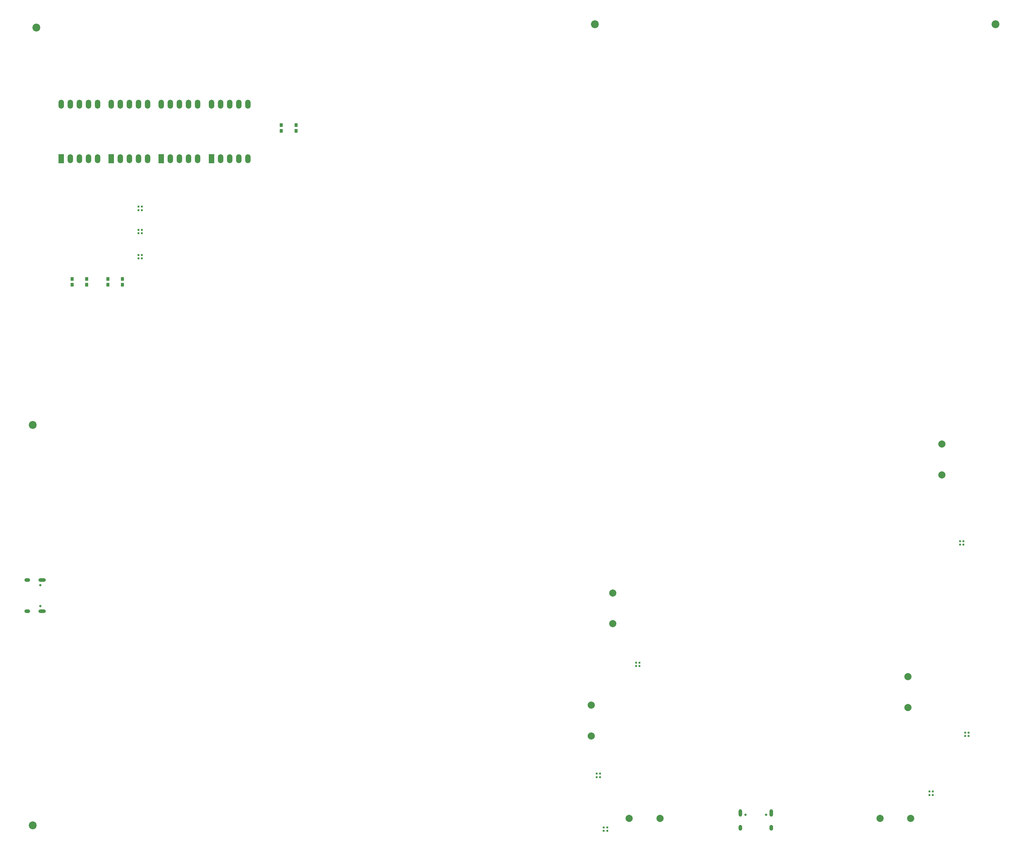
<source format=gts>
%TF.GenerationSoftware,KiCad,Pcbnew,(6.0.4)*%
%TF.CreationDate,2022-05-26T23:51:57-07:00*%
%TF.ProjectId,top_L,746f705f-4c2e-46b6-9963-61645f706362,rev?*%
%TF.SameCoordinates,Original*%
%TF.FileFunction,Soldermask,Top*%
%TF.FilePolarity,Negative*%
%FSLAX46Y46*%
G04 Gerber Fmt 4.6, Leading zero omitted, Abs format (unit mm)*
G04 Created by KiCad (PCBNEW (6.0.4)) date 2022-05-26 23:51:57*
%MOMM*%
%LPD*%
G01*
G04 APERTURE LIST*
%ADD10R,0.550000X0.550000*%
%ADD11R,1.524000X2.524000*%
%ADD12O,1.524000X2.524000*%
%ADD13C,2.000000*%
%ADD14C,2.200000*%
%ADD15R,0.900000X1.000000*%
%ADD16C,0.650000*%
%ADD17O,2.100000X1.000000*%
%ADD18O,1.600000X1.000000*%
%ADD19O,1.000000X2.100000*%
%ADD20O,1.000000X1.600000*%
G04 APERTURE END LIST*
D10*
X274525000Y-237475000D03*
X275475000Y-237475000D03*
X275475000Y-236525000D03*
X274525000Y-236525000D03*
X53525000Y-80475000D03*
X54475000Y-80475000D03*
X54475000Y-79525000D03*
X53525000Y-79525000D03*
X53525000Y-73975000D03*
X54475000Y-73975000D03*
X54475000Y-73025000D03*
X53525000Y-73025000D03*
X181525000Y-232475000D03*
X182475000Y-232475000D03*
X182475000Y-231525000D03*
X181525000Y-231525000D03*
X284525000Y-220975000D03*
X285475000Y-220975000D03*
X285475000Y-220025000D03*
X284525000Y-220025000D03*
D11*
X73920000Y-59620000D03*
D12*
X76460000Y-59620000D03*
X79000000Y-59620000D03*
X81540000Y-59620000D03*
X84080000Y-59620000D03*
X84080000Y-44380000D03*
X81540000Y-44380000D03*
X79000000Y-44380000D03*
X76460000Y-44380000D03*
X73920000Y-44380000D03*
D13*
X260700000Y-244000000D03*
D14*
X181000000Y-22000000D03*
D13*
X278000000Y-148000000D03*
X269300000Y-244000000D03*
X199200000Y-244000000D03*
D15*
X97550000Y-50200000D03*
X93450000Y-50200000D03*
X93450000Y-51800000D03*
X97550000Y-51800000D03*
D13*
X190600000Y-244000000D03*
X278000000Y-139400000D03*
D14*
X24000000Y-246000000D03*
D10*
X183525000Y-247475000D03*
X184475000Y-247475000D03*
X184475000Y-246525000D03*
X183525000Y-246525000D03*
D13*
X186000000Y-189600000D03*
D15*
X39050000Y-93200000D03*
X34950000Y-93200000D03*
X34950000Y-94800000D03*
X39050000Y-94800000D03*
D11*
X31920000Y-59620000D03*
D12*
X34460000Y-59620000D03*
X37000000Y-59620000D03*
X39540000Y-59620000D03*
X42080000Y-59620000D03*
X42080000Y-44380000D03*
X39540000Y-44380000D03*
X37000000Y-44380000D03*
X34460000Y-44380000D03*
X31920000Y-44380000D03*
D14*
X24000000Y-134000000D03*
D10*
X53525000Y-87475000D03*
X54475000Y-87475000D03*
X54475000Y-86525000D03*
X53525000Y-86525000D03*
D13*
X180000000Y-221000000D03*
D11*
X59920000Y-59620000D03*
D12*
X62460000Y-59620000D03*
X65000000Y-59620000D03*
X67540000Y-59620000D03*
X70080000Y-59620000D03*
X70080000Y-44380000D03*
X67540000Y-44380000D03*
X65000000Y-44380000D03*
X62460000Y-44380000D03*
X59920000Y-44380000D03*
D15*
X49050000Y-93200000D03*
X44950000Y-93200000D03*
X49050000Y-94800000D03*
X44950000Y-94800000D03*
D14*
X25000000Y-23000000D03*
D13*
X268500000Y-204400000D03*
X180000000Y-212400000D03*
D14*
X293000000Y-22000000D03*
D10*
X192525000Y-201475000D03*
X193475000Y-201475000D03*
X193475000Y-200525000D03*
X192525000Y-200525000D03*
D13*
X268500000Y-213000000D03*
X186000000Y-181000000D03*
D10*
X283025000Y-167475000D03*
X283975000Y-167475000D03*
X283975000Y-166525000D03*
X283025000Y-166525000D03*
D11*
X45920000Y-59620000D03*
D12*
X48460000Y-59620000D03*
X51000000Y-59620000D03*
X53540000Y-59620000D03*
X56080000Y-59620000D03*
X56080000Y-44380000D03*
X53540000Y-44380000D03*
X51000000Y-44380000D03*
X48460000Y-44380000D03*
X45920000Y-44380000D03*
D16*
X26100000Y-184640000D03*
X26100000Y-178860000D03*
D17*
X26630000Y-177430000D03*
X26630000Y-186070000D03*
D18*
X22450000Y-177430000D03*
X22450000Y-186070000D03*
D16*
X223110000Y-243030000D03*
X228890000Y-243030000D03*
D19*
X230320000Y-242500000D03*
D20*
X221680000Y-246680000D03*
D19*
X221680000Y-242500000D03*
D20*
X230320000Y-246680000D03*
M02*

</source>
